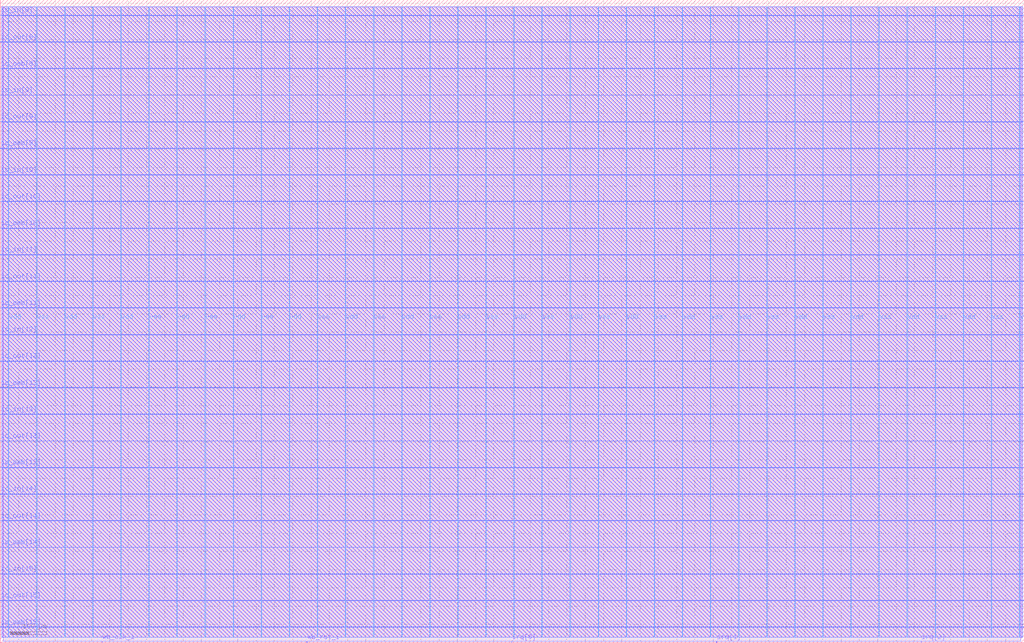
<source format=lef>
VERSION 5.7 ;
  NOWIREEXTENSIONATPIN ON ;
  DIVIDERCHAR "/" ;
  BUSBITCHARS "[]" ;
MACRO gonsolo
  CLASS BLOCK ;
  FOREIGN gonsolo ;
  ORIGIN 0.000 0.000 ;
  SIZE 2800.000 BY 1760.000 ;
  PIN io_in[0]
    DIRECTION INPUT ;
    USE SIGNAL ;
    PORT
      LAYER Metal3 ;
        RECT 2796.000 42.560 2800.000 43.120 ;
    END
  END io_in[0]
  PIN io_in[10]
    DIRECTION INPUT ;
    USE SIGNAL ;
    PORT
      LAYER Metal3 ;
        RECT 0.000 1280.160 4.000 1280.720 ;
    END
  END io_in[10]
  PIN io_in[11]
    DIRECTION INPUT ;
    USE SIGNAL ;
    PORT
      LAYER Metal3 ;
        RECT 0.000 1061.760 4.000 1062.320 ;
    END
  END io_in[11]
  PIN io_in[12]
    DIRECTION INPUT ;
    USE SIGNAL ;
    PORT
      LAYER Metal3 ;
        RECT 0.000 843.360 4.000 843.920 ;
    END
  END io_in[12]
  PIN io_in[13]
    DIRECTION INPUT ;
    USE SIGNAL ;
    PORT
      LAYER Metal3 ;
        RECT 0.000 624.960 4.000 625.520 ;
    END
  END io_in[13]
  PIN io_in[14]
    DIRECTION INPUT ;
    USE SIGNAL ;
    PORT
      LAYER Metal3 ;
        RECT 0.000 406.560 4.000 407.120 ;
    END
  END io_in[14]
  PIN io_in[15]
    DIRECTION INPUT ;
    USE SIGNAL ;
    PORT
      LAYER Metal3 ;
        RECT 0.000 188.160 4.000 188.720 ;
    END
  END io_in[15]
  PIN io_in[1]
    DIRECTION INPUT ;
    USE SIGNAL ;
    PORT
      LAYER Metal3 ;
        RECT 2796.000 260.960 2800.000 261.520 ;
    END
  END io_in[1]
  PIN io_in[2]
    DIRECTION INPUT ;
    USE SIGNAL ;
    PORT
      LAYER Metal3 ;
        RECT 2796.000 479.360 2800.000 479.920 ;
    END
  END io_in[2]
  PIN io_in[3]
    DIRECTION INPUT ;
    USE SIGNAL ;
    PORT
      LAYER Metal3 ;
        RECT 2796.000 697.760 2800.000 698.320 ;
    END
  END io_in[3]
  PIN io_in[4]
    DIRECTION INPUT ;
    USE SIGNAL ;
    PORT
      LAYER Metal3 ;
        RECT 2796.000 916.160 2800.000 916.720 ;
    END
  END io_in[4]
  PIN io_in[5]
    DIRECTION INPUT ;
    USE SIGNAL ;
    PORT
      LAYER Metal3 ;
        RECT 2796.000 1134.560 2800.000 1135.120 ;
    END
  END io_in[5]
  PIN io_in[6]
    DIRECTION INPUT ;
    USE SIGNAL ;
    PORT
      LAYER Metal3 ;
        RECT 2796.000 1352.960 2800.000 1353.520 ;
    END
  END io_in[6]
  PIN io_in[7]
    DIRECTION INPUT ;
    USE SIGNAL ;
    PORT
      LAYER Metal3 ;
        RECT 2796.000 1571.360 2800.000 1571.920 ;
    END
  END io_in[7]
  PIN io_in[8]
    DIRECTION INPUT ;
    USE SIGNAL ;
    PORT
      LAYER Metal3 ;
        RECT 0.000 1716.960 4.000 1717.520 ;
    END
  END io_in[8]
  PIN io_in[9]
    DIRECTION INPUT ;
    USE SIGNAL ;
    PORT
      LAYER Metal3 ;
        RECT 0.000 1498.560 4.000 1499.120 ;
    END
  END io_in[9]
  PIN io_oeb[0]
    DIRECTION OUTPUT TRISTATE ;
    USE SIGNAL ;
    ANTENNADIFFAREA 4.731200 ;
    PORT
      LAYER Metal3 ;
        RECT 2796.000 188.160 2800.000 188.720 ;
    END
  END io_oeb[0]
  PIN io_oeb[10]
    DIRECTION OUTPUT TRISTATE ;
    USE SIGNAL ;
    ANTENNADIFFAREA 4.731200 ;
    PORT
      LAYER Metal3 ;
        RECT 0.000 1134.560 4.000 1135.120 ;
    END
  END io_oeb[10]
  PIN io_oeb[11]
    DIRECTION OUTPUT TRISTATE ;
    USE SIGNAL ;
    ANTENNADIFFAREA 4.731200 ;
    PORT
      LAYER Metal3 ;
        RECT 0.000 916.160 4.000 916.720 ;
    END
  END io_oeb[11]
  PIN io_oeb[12]
    DIRECTION OUTPUT TRISTATE ;
    USE SIGNAL ;
    ANTENNADIFFAREA 4.731200 ;
    PORT
      LAYER Metal3 ;
        RECT 0.000 697.760 4.000 698.320 ;
    END
  END io_oeb[12]
  PIN io_oeb[13]
    DIRECTION OUTPUT TRISTATE ;
    USE SIGNAL ;
    ANTENNADIFFAREA 4.731200 ;
    PORT
      LAYER Metal3 ;
        RECT 0.000 479.360 4.000 479.920 ;
    END
  END io_oeb[13]
  PIN io_oeb[14]
    DIRECTION OUTPUT TRISTATE ;
    USE SIGNAL ;
    ANTENNADIFFAREA 4.731200 ;
    PORT
      LAYER Metal3 ;
        RECT 0.000 260.960 4.000 261.520 ;
    END
  END io_oeb[14]
  PIN io_oeb[15]
    DIRECTION OUTPUT TRISTATE ;
    USE SIGNAL ;
    ANTENNADIFFAREA 4.731200 ;
    PORT
      LAYER Metal3 ;
        RECT 0.000 42.560 4.000 43.120 ;
    END
  END io_oeb[15]
  PIN io_oeb[1]
    DIRECTION OUTPUT TRISTATE ;
    USE SIGNAL ;
    ANTENNADIFFAREA 4.731200 ;
    PORT
      LAYER Metal3 ;
        RECT 2796.000 406.560 2800.000 407.120 ;
    END
  END io_oeb[1]
  PIN io_oeb[2]
    DIRECTION OUTPUT TRISTATE ;
    USE SIGNAL ;
    ANTENNADIFFAREA 4.731200 ;
    PORT
      LAYER Metal3 ;
        RECT 2796.000 624.960 2800.000 625.520 ;
    END
  END io_oeb[2]
  PIN io_oeb[3]
    DIRECTION OUTPUT TRISTATE ;
    USE SIGNAL ;
    ANTENNADIFFAREA 4.731200 ;
    PORT
      LAYER Metal3 ;
        RECT 2796.000 843.360 2800.000 843.920 ;
    END
  END io_oeb[3]
  PIN io_oeb[4]
    DIRECTION OUTPUT TRISTATE ;
    USE SIGNAL ;
    ANTENNADIFFAREA 4.731200 ;
    PORT
      LAYER Metal3 ;
        RECT 2796.000 1061.760 2800.000 1062.320 ;
    END
  END io_oeb[4]
  PIN io_oeb[5]
    DIRECTION OUTPUT TRISTATE ;
    USE SIGNAL ;
    ANTENNADIFFAREA 4.731200 ;
    PORT
      LAYER Metal3 ;
        RECT 2796.000 1280.160 2800.000 1280.720 ;
    END
  END io_oeb[5]
  PIN io_oeb[6]
    DIRECTION OUTPUT TRISTATE ;
    USE SIGNAL ;
    ANTENNADIFFAREA 4.731200 ;
    PORT
      LAYER Metal3 ;
        RECT 2796.000 1498.560 2800.000 1499.120 ;
    END
  END io_oeb[6]
  PIN io_oeb[7]
    DIRECTION OUTPUT TRISTATE ;
    USE SIGNAL ;
    ANTENNADIFFAREA 4.731200 ;
    PORT
      LAYER Metal3 ;
        RECT 2796.000 1716.960 2800.000 1717.520 ;
    END
  END io_oeb[7]
  PIN io_oeb[8]
    DIRECTION OUTPUT TRISTATE ;
    USE SIGNAL ;
    ANTENNADIFFAREA 4.731200 ;
    PORT
      LAYER Metal3 ;
        RECT 0.000 1571.360 4.000 1571.920 ;
    END
  END io_oeb[8]
  PIN io_oeb[9]
    DIRECTION OUTPUT TRISTATE ;
    USE SIGNAL ;
    ANTENNADIFFAREA 4.731200 ;
    PORT
      LAYER Metal3 ;
        RECT 0.000 1352.960 4.000 1353.520 ;
    END
  END io_oeb[9]
  PIN io_out[0]
    DIRECTION OUTPUT TRISTATE ;
    USE SIGNAL ;
    ANTENNADIFFAREA 0.536800 ;
    PORT
      LAYER Metal3 ;
        RECT 2796.000 115.360 2800.000 115.920 ;
    END
  END io_out[0]
  PIN io_out[10]
    DIRECTION OUTPUT TRISTATE ;
    USE SIGNAL ;
    ANTENNADIFFAREA 0.360800 ;
    PORT
      LAYER Metal3 ;
        RECT 0.000 1207.360 4.000 1207.920 ;
    END
  END io_out[10]
  PIN io_out[11]
    DIRECTION OUTPUT TRISTATE ;
    USE SIGNAL ;
    ANTENNADIFFAREA 0.360800 ;
    PORT
      LAYER Metal3 ;
        RECT 0.000 988.960 4.000 989.520 ;
    END
  END io_out[11]
  PIN io_out[12]
    DIRECTION OUTPUT TRISTATE ;
    USE SIGNAL ;
    ANTENNADIFFAREA 0.536800 ;
    PORT
      LAYER Metal3 ;
        RECT 0.000 770.560 4.000 771.120 ;
    END
  END io_out[12]
  PIN io_out[13]
    DIRECTION OUTPUT TRISTATE ;
    USE SIGNAL ;
    ANTENNADIFFAREA 0.360800 ;
    PORT
      LAYER Metal3 ;
        RECT 0.000 552.160 4.000 552.720 ;
    END
  END io_out[13]
  PIN io_out[14]
    DIRECTION OUTPUT TRISTATE ;
    USE SIGNAL ;
    ANTENNADIFFAREA 0.360800 ;
    PORT
      LAYER Metal3 ;
        RECT 0.000 333.760 4.000 334.320 ;
    END
  END io_out[14]
  PIN io_out[15]
    DIRECTION OUTPUT TRISTATE ;
    USE SIGNAL ;
    ANTENNADIFFAREA 0.360800 ;
    PORT
      LAYER Metal3 ;
        RECT 0.000 115.360 4.000 115.920 ;
    END
  END io_out[15]
  PIN io_out[1]
    DIRECTION OUTPUT TRISTATE ;
    USE SIGNAL ;
    ANTENNADIFFAREA 0.536800 ;
    PORT
      LAYER Metal3 ;
        RECT 2796.000 333.760 2800.000 334.320 ;
    END
  END io_out[1]
  PIN io_out[2]
    DIRECTION OUTPUT TRISTATE ;
    USE SIGNAL ;
    ANTENNADIFFAREA 0.536800 ;
    PORT
      LAYER Metal3 ;
        RECT 2796.000 552.160 2800.000 552.720 ;
    END
  END io_out[2]
  PIN io_out[3]
    DIRECTION OUTPUT TRISTATE ;
    USE SIGNAL ;
    ANTENNADIFFAREA 0.536800 ;
    PORT
      LAYER Metal3 ;
        RECT 2796.000 770.560 2800.000 771.120 ;
    END
  END io_out[3]
  PIN io_out[4]
    DIRECTION OUTPUT TRISTATE ;
    USE SIGNAL ;
    ANTENNADIFFAREA 0.360800 ;
    PORT
      LAYER Metal3 ;
        RECT 2796.000 988.960 2800.000 989.520 ;
    END
  END io_out[4]
  PIN io_out[5]
    DIRECTION OUTPUT TRISTATE ;
    USE SIGNAL ;
    ANTENNADIFFAREA 0.360800 ;
    PORT
      LAYER Metal3 ;
        RECT 2796.000 1207.360 2800.000 1207.920 ;
    END
  END io_out[5]
  PIN io_out[6]
    DIRECTION OUTPUT TRISTATE ;
    USE SIGNAL ;
    ANTENNADIFFAREA 0.536800 ;
    PORT
      LAYER Metal3 ;
        RECT 2796.000 1425.760 2800.000 1426.320 ;
    END
  END io_out[6]
  PIN io_out[7]
    DIRECTION OUTPUT TRISTATE ;
    USE SIGNAL ;
    ANTENNADIFFAREA 0.360800 ;
    PORT
      LAYER Metal3 ;
        RECT 2796.000 1644.160 2800.000 1644.720 ;
    END
  END io_out[7]
  PIN io_out[8]
    DIRECTION OUTPUT TRISTATE ;
    USE SIGNAL ;
    ANTENNADIFFAREA 0.536800 ;
    PORT
      LAYER Metal3 ;
        RECT 0.000 1644.160 4.000 1644.720 ;
    END
  END io_out[8]
  PIN io_out[9]
    DIRECTION OUTPUT TRISTATE ;
    USE SIGNAL ;
    ANTENNADIFFAREA 0.360800 ;
    PORT
      LAYER Metal3 ;
        RECT 0.000 1425.760 4.000 1426.320 ;
    END
  END io_out[9]
  PIN irq[0]
    DIRECTION OUTPUT TRISTATE ;
    USE SIGNAL ;
    ANTENNADIFFAREA 0.360800 ;
    PORT
      LAYER Metal2 ;
        RECT 1398.880 0.000 1399.440 4.000 ;
    END
  END irq[0]
  PIN irq[1]
    DIRECTION OUTPUT TRISTATE ;
    USE SIGNAL ;
    ANTENNADIFFAREA 0.360800 ;
    PORT
      LAYER Metal2 ;
        RECT 1958.880 0.000 1959.440 4.000 ;
    END
  END irq[1]
  PIN irq[2]
    DIRECTION OUTPUT TRISTATE ;
    USE SIGNAL ;
    ANTENNADIFFAREA 0.360800 ;
    PORT
      LAYER Metal2 ;
        RECT 2518.880 0.000 2519.440 4.000 ;
    END
  END irq[2]
  PIN vdd
    DIRECTION INOUT ;
    USE POWER ;
    PORT
      LAYER Metal4 ;
        RECT 22.240 15.380 23.840 1740.780 ;
    END
    PORT
      LAYER Metal4 ;
        RECT 175.840 15.380 177.440 1740.780 ;
    END
    PORT
      LAYER Metal4 ;
        RECT 329.440 15.380 331.040 1740.780 ;
    END
    PORT
      LAYER Metal4 ;
        RECT 483.040 15.380 484.640 1740.780 ;
    END
    PORT
      LAYER Metal4 ;
        RECT 636.640 15.380 638.240 1740.780 ;
    END
    PORT
      LAYER Metal4 ;
        RECT 790.240 15.380 791.840 1740.780 ;
    END
    PORT
      LAYER Metal4 ;
        RECT 943.840 15.380 945.440 1740.780 ;
    END
    PORT
      LAYER Metal4 ;
        RECT 1097.440 15.380 1099.040 1740.780 ;
    END
    PORT
      LAYER Metal4 ;
        RECT 1251.040 15.380 1252.640 1740.780 ;
    END
    PORT
      LAYER Metal4 ;
        RECT 1404.640 15.380 1406.240 1740.780 ;
    END
    PORT
      LAYER Metal4 ;
        RECT 1558.240 15.380 1559.840 1740.780 ;
    END
    PORT
      LAYER Metal4 ;
        RECT 1711.840 15.380 1713.440 1740.780 ;
    END
    PORT
      LAYER Metal4 ;
        RECT 1865.440 15.380 1867.040 1740.780 ;
    END
    PORT
      LAYER Metal4 ;
        RECT 2019.040 15.380 2020.640 1740.780 ;
    END
    PORT
      LAYER Metal4 ;
        RECT 2172.640 15.380 2174.240 1740.780 ;
    END
    PORT
      LAYER Metal4 ;
        RECT 2326.240 15.380 2327.840 1740.780 ;
    END
    PORT
      LAYER Metal4 ;
        RECT 2479.840 15.380 2481.440 1740.780 ;
    END
    PORT
      LAYER Metal4 ;
        RECT 2633.440 15.380 2635.040 1740.780 ;
    END
    PORT
      LAYER Metal4 ;
        RECT 2787.040 15.380 2788.640 1740.780 ;
    END
  END vdd
  PIN vss
    DIRECTION INOUT ;
    USE GROUND ;
    PORT
      LAYER Metal4 ;
        RECT 99.040 15.380 100.640 1740.780 ;
    END
    PORT
      LAYER Metal4 ;
        RECT 252.640 15.380 254.240 1740.780 ;
    END
    PORT
      LAYER Metal4 ;
        RECT 406.240 15.380 407.840 1740.780 ;
    END
    PORT
      LAYER Metal4 ;
        RECT 559.840 15.380 561.440 1740.780 ;
    END
    PORT
      LAYER Metal4 ;
        RECT 713.440 15.380 715.040 1740.780 ;
    END
    PORT
      LAYER Metal4 ;
        RECT 867.040 15.380 868.640 1740.780 ;
    END
    PORT
      LAYER Metal4 ;
        RECT 1020.640 15.380 1022.240 1740.780 ;
    END
    PORT
      LAYER Metal4 ;
        RECT 1174.240 15.380 1175.840 1740.780 ;
    END
    PORT
      LAYER Metal4 ;
        RECT 1327.840 15.380 1329.440 1740.780 ;
    END
    PORT
      LAYER Metal4 ;
        RECT 1481.440 15.380 1483.040 1740.780 ;
    END
    PORT
      LAYER Metal4 ;
        RECT 1635.040 15.380 1636.640 1740.780 ;
    END
    PORT
      LAYER Metal4 ;
        RECT 1788.640 15.380 1790.240 1740.780 ;
    END
    PORT
      LAYER Metal4 ;
        RECT 1942.240 15.380 1943.840 1740.780 ;
    END
    PORT
      LAYER Metal4 ;
        RECT 2095.840 15.380 2097.440 1740.780 ;
    END
    PORT
      LAYER Metal4 ;
        RECT 2249.440 15.380 2251.040 1740.780 ;
    END
    PORT
      LAYER Metal4 ;
        RECT 2403.040 15.380 2404.640 1740.780 ;
    END
    PORT
      LAYER Metal4 ;
        RECT 2556.640 15.380 2558.240 1740.780 ;
    END
    PORT
      LAYER Metal4 ;
        RECT 2710.240 15.380 2711.840 1740.780 ;
    END
  END vss
  PIN wb_clk_i
    DIRECTION INPUT ;
    USE SIGNAL ;
    PORT
      LAYER Metal2 ;
        RECT 278.880 0.000 279.440 4.000 ;
    END
  END wb_clk_i
  PIN wb_rst_i
    DIRECTION INPUT ;
    USE SIGNAL ;
    ANTENNAGATEAREA 2.204000 ;
    ANTENNADIFFAREA 0.410400 ;
    PORT
      LAYER Metal2 ;
        RECT 838.880 0.000 839.440 4.000 ;
    END
  END wb_rst_i
  OBS
      LAYER Metal1 ;
        RECT 6.720 15.380 2793.280 1740.780 ;
      LAYER Metal2 ;
        RECT 8.540 4.300 2791.460 1740.670 ;
        RECT 8.540 4.000 278.580 4.300 ;
        RECT 279.740 4.000 838.580 4.300 ;
        RECT 839.740 4.000 1398.580 4.300 ;
        RECT 1399.740 4.000 1958.580 4.300 ;
        RECT 1959.740 4.000 2518.580 4.300 ;
        RECT 2519.740 4.000 2791.460 4.300 ;
      LAYER Metal3 ;
        RECT 4.000 1717.820 2796.000 1740.620 ;
        RECT 4.300 1716.660 2795.700 1717.820 ;
        RECT 4.000 1645.020 2796.000 1716.660 ;
        RECT 4.300 1643.860 2795.700 1645.020 ;
        RECT 4.000 1572.220 2796.000 1643.860 ;
        RECT 4.300 1571.060 2795.700 1572.220 ;
        RECT 4.000 1499.420 2796.000 1571.060 ;
        RECT 4.300 1498.260 2795.700 1499.420 ;
        RECT 4.000 1426.620 2796.000 1498.260 ;
        RECT 4.300 1425.460 2795.700 1426.620 ;
        RECT 4.000 1353.820 2796.000 1425.460 ;
        RECT 4.300 1352.660 2795.700 1353.820 ;
        RECT 4.000 1281.020 2796.000 1352.660 ;
        RECT 4.300 1279.860 2795.700 1281.020 ;
        RECT 4.000 1208.220 2796.000 1279.860 ;
        RECT 4.300 1207.060 2795.700 1208.220 ;
        RECT 4.000 1135.420 2796.000 1207.060 ;
        RECT 4.300 1134.260 2795.700 1135.420 ;
        RECT 4.000 1062.620 2796.000 1134.260 ;
        RECT 4.300 1061.460 2795.700 1062.620 ;
        RECT 4.000 989.820 2796.000 1061.460 ;
        RECT 4.300 988.660 2795.700 989.820 ;
        RECT 4.000 917.020 2796.000 988.660 ;
        RECT 4.300 915.860 2795.700 917.020 ;
        RECT 4.000 844.220 2796.000 915.860 ;
        RECT 4.300 843.060 2795.700 844.220 ;
        RECT 4.000 771.420 2796.000 843.060 ;
        RECT 4.300 770.260 2795.700 771.420 ;
        RECT 4.000 698.620 2796.000 770.260 ;
        RECT 4.300 697.460 2795.700 698.620 ;
        RECT 4.000 625.820 2796.000 697.460 ;
        RECT 4.300 624.660 2795.700 625.820 ;
        RECT 4.000 553.020 2796.000 624.660 ;
        RECT 4.300 551.860 2795.700 553.020 ;
        RECT 4.000 480.220 2796.000 551.860 ;
        RECT 4.300 479.060 2795.700 480.220 ;
        RECT 4.000 407.420 2796.000 479.060 ;
        RECT 4.300 406.260 2795.700 407.420 ;
        RECT 4.000 334.620 2796.000 406.260 ;
        RECT 4.300 333.460 2795.700 334.620 ;
        RECT 4.000 261.820 2796.000 333.460 ;
        RECT 4.300 260.660 2795.700 261.820 ;
        RECT 4.000 189.020 2796.000 260.660 ;
        RECT 4.300 187.860 2795.700 189.020 ;
        RECT 4.000 116.220 2796.000 187.860 ;
        RECT 4.300 115.060 2795.700 116.220 ;
        RECT 4.000 43.420 2796.000 115.060 ;
        RECT 4.300 42.260 2795.700 43.420 ;
        RECT 4.000 15.540 2796.000 42.260 ;
  END
END gonsolo
END LIBRARY


</source>
